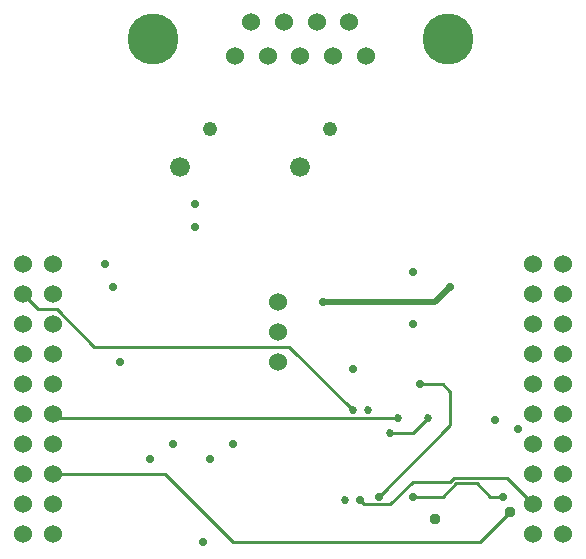
<source format=gbr>
G04 EAGLE Gerber X2 export*
%TF.Part,Single*%
%TF.FileFunction,Copper,L2,Inr,Mixed*%
%TF.FilePolarity,Positive*%
%TF.GenerationSoftware,Autodesk,EAGLE,9.0.0*%
%TF.CreationDate,2018-07-03T14:12:15Z*%
G75*
%MOMM*%
%FSLAX34Y34*%
%LPD*%
%AMOC8*
5,1,8,0,0,1.08239X$1,22.5*%
G01*
%ADD10C,1.524000*%
%ADD11C,4.318000*%
%ADD12C,1.219200*%
%ADD13C,1.676400*%
%ADD14C,0.705600*%
%ADD15C,0.955600*%
%ADD16C,0.508000*%
%ADD17C,0.254000*%
%ADD18C,0.685800*%


D10*
X44450Y266700D03*
X44450Y241300D03*
X44450Y215900D03*
X44450Y190500D03*
X44450Y165100D03*
X44450Y139700D03*
X44450Y114300D03*
X44450Y88900D03*
X44450Y63500D03*
X44450Y38100D03*
X69850Y266700D03*
X69850Y241300D03*
X69850Y215900D03*
X69850Y190500D03*
X69850Y165100D03*
X69850Y139700D03*
X69850Y114300D03*
X69850Y88900D03*
X69850Y63500D03*
X69850Y38100D03*
X476250Y266700D03*
X476250Y241300D03*
X476250Y215900D03*
X476250Y190500D03*
X476250Y165100D03*
X476250Y139700D03*
X476250Y114300D03*
X476250Y88900D03*
X476250Y63500D03*
X476250Y38100D03*
X501650Y266700D03*
X501650Y241300D03*
X501650Y215900D03*
X501650Y190500D03*
X501650Y165100D03*
X501650Y139700D03*
X501650Y114300D03*
X501650Y88900D03*
X501650Y63500D03*
X501650Y38100D03*
X224000Y443000D03*
X251700Y443000D03*
X279400Y443000D03*
X307100Y443000D03*
X334800Y443000D03*
X237900Y471400D03*
X265600Y471400D03*
X293200Y471400D03*
X320900Y471400D03*
D11*
X154400Y457200D03*
X404400Y457200D03*
D12*
X304800Y381000D03*
X203200Y381000D03*
D10*
X260350Y234950D03*
X260350Y209550D03*
X260350Y184150D03*
D13*
X177800Y349250D03*
X279400Y349250D03*
D14*
X444500Y134846D03*
X374650Y260350D03*
X374650Y215900D03*
X190500Y317500D03*
X127000Y184150D03*
X152400Y101600D03*
X203200Y101600D03*
D15*
X393700Y50800D03*
D14*
X196850Y31750D03*
X120650Y247650D03*
X171450Y114300D03*
X222250Y114300D03*
X406400Y247650D03*
D16*
X393700Y234950D01*
D14*
X298450Y234950D03*
D16*
X393700Y234950D01*
D14*
X114300Y266700D03*
X463550Y127000D03*
X323850Y177800D03*
X190500Y298450D03*
X330200Y66675D03*
D17*
X406400Y82550D02*
X409575Y85725D01*
X454025Y85725D02*
X476250Y63500D01*
X454025Y85725D02*
X409575Y85725D01*
X374650Y82550D02*
X355600Y63500D01*
X374650Y82550D02*
X406400Y82550D01*
X333375Y63500D02*
X330200Y66675D01*
X333375Y63500D02*
X355600Y63500D01*
D18*
X317500Y66675D03*
D17*
X323850Y142875D02*
X269875Y196850D01*
X104775Y196850D01*
X73025Y228600D01*
X57150Y228600D01*
X44450Y241300D01*
D18*
X323850Y142875D03*
D17*
X361950Y136525D02*
X73025Y136525D01*
X69850Y139700D01*
D18*
X361950Y136525D03*
X336550Y142875D03*
D17*
X374650Y123825D02*
X387350Y136525D01*
X374650Y123825D02*
X355600Y123825D01*
D18*
X387350Y136525D03*
X355600Y123825D03*
D14*
X346075Y69850D03*
D17*
X406400Y130175D01*
X406400Y158750D01*
X400050Y165100D01*
X381000Y165100D01*
D14*
X381000Y165100D03*
D15*
X457200Y57150D03*
D17*
X431800Y31750D01*
X165100Y88900D02*
X69850Y88900D01*
X222250Y31750D02*
X431800Y31750D01*
X222250Y31750D02*
X165100Y88900D01*
D14*
X374650Y69850D03*
D17*
X400038Y69850D01*
X411268Y81080D01*
X428732Y81080D01*
X439962Y69850D01*
X450850Y69850D01*
D14*
X450850Y69850D03*
M02*

</source>
